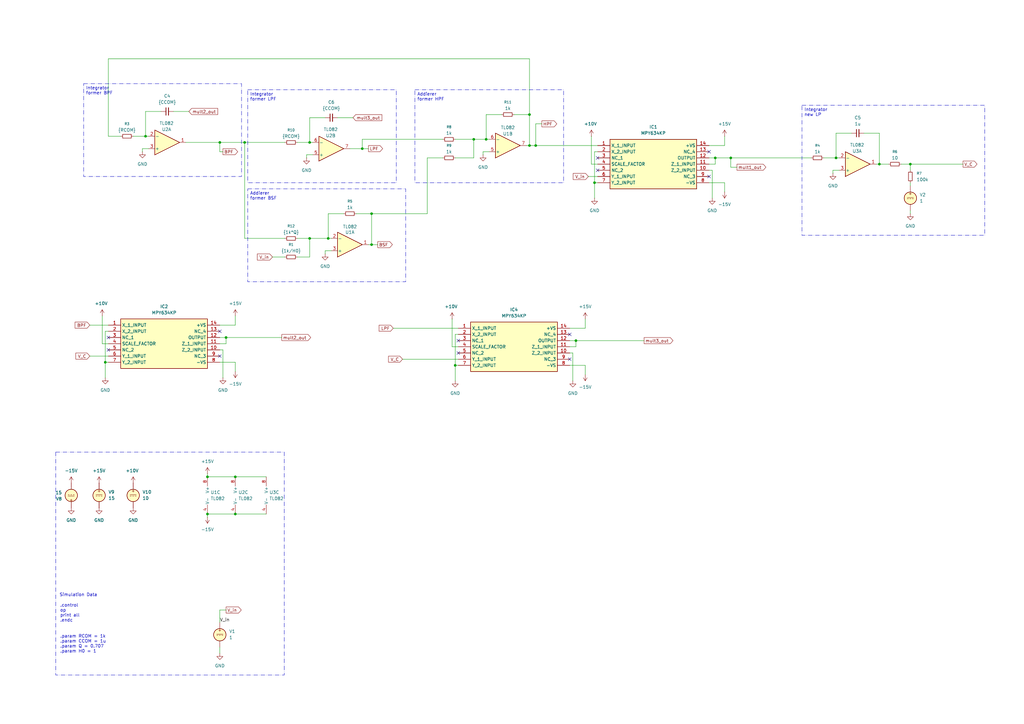
<source format=kicad_sch>
(kicad_sch (version 20250114) (generator "eeschema") (generator_version "9.0")
  (paper "A3")
  (lib_symbols
    (symbol "Amplifier_Operational:TL082" (pin_names (offset 0.127))
      (property "Reference" "U" (at 0 5.08 0))
      (property "Value" "TL082" (at 0 -5.08 0))
      (symbol "TL082_1_1"
        (polyline (pts (xy -5.08 5.08) (xy 5.08 0) (xy -5.08 -5.08) (xy -5.08 5.08)) (stroke (width 0.254)) (fill (type background)))
        (pin input line (at -7.62 2.54 0) (length 2.54) (name "+") (number "3"))
        (pin input line (at -7.62 -2.54 0) (length 2.54) (name "-") (number "2"))
        (pin output line (at 7.62 0 180) (length 2.54) (name "~") (number "1"))
      )
      (symbol "TL082_2_1"
        (polyline (pts (xy -5.08 5.08) (xy 5.08 0) (xy -5.08 -5.08) (xy -5.08 5.08)) (stroke (width 0.254)) (fill (type background)))
        (pin input line (at -7.62 2.54 0) (length 2.54) (name "+") (number "5"))
        (pin input line (at -7.62 -2.54 0) (length 2.54) (name "-") (number "6"))
        (pin output line (at 7.62 0 180) (length 2.54) (name "~") (number "7"))
      )
      (symbol "TL082_3_1"
        (pin power_in line (at -2.54 7.62 270) (length 3.81) (name "V+") (number "8"))
        (pin power_in line (at -2.54 -7.62 90) (length 3.81) (name "V-") (number "4"))
      )
    )
    (symbol "BA_Footprints:MPY634KP"
      (property "Reference" "IC" (at 41.91 7.62 0))
      (property "Value" "MPY634KP" (at 41.91 5.08 0))
      (symbol "MPY634KP_1_1"
        (rectangle (start 5.08 2.54) (end 40.64 -17.78) (stroke (width 0.254)) (fill (type background)))
        (pin passive line (at 0 0 0) (length 5.08) (name "X_1_INPUT") (number "1"))
        (pin passive line (at 0 -2.54 0) (length 5.08) (name "X_2_INPUT") (number "2"))
        (pin passive line (at 0 -5.08 0) (length 5.08) (name "NC_1") (number "3"))
        (pin passive line (at 0 -7.62 0) (length 5.08) (name "SCALE_FACTOR") (number "4"))
        (pin passive line (at 0 -10.16 0) (length 5.08) (name "NC_2") (number "5"))
        (pin passive line (at 0 -12.7 0) (length 5.08) (name "Y_1_INPUT") (number "6"))
        (pin passive line (at 0 -15.24 0) (length 5.08) (name "Y_2_INPUT") (number "7"))
        (pin passive line (at 45.72 0 180) (length 5.08) (name "+VS") (number "14"))
        (pin passive line (at 45.72 -2.54 180) (length 5.08) (name "NC_4") (number "13"))
        (pin passive line (at 45.72 -5.08 180) (length 5.08) (name "OUTPUT") (number "12"))
        (pin passive line (at 45.72 -7.62 180) (length 5.08) (name "Z_1_INPUT") (number "11"))
        (pin passive line (at 45.72 -10.16 180) (length 5.08) (name "Z_2_INPUT") (number "10"))
        (pin passive line (at 45.72 -12.7 180) (length 5.08) (name "NC_3") (number "9"))
        (pin passive line (at 45.72 -15.24 180) (length 5.08) (name "-VS") (number "8"))
      )
    )
    (symbol "Device:C_Small" (pin_numbers (hide yes)) (pin_names (offset 0.254) (hide yes))
      (property "Reference" "C" (at 0.254 1.778 0))
      (property "Value" "C_Small" (at 0.254 -2.032 0))
      (symbol "C_Small_0_1"
        (polyline (pts (xy -1.524 0.508) (xy 1.524 0.508)) (stroke (width 0.3048)))
        (polyline (pts (xy -1.524 -0.508) (xy 1.524 -0.508)) (stroke (width 0.3302)))
      )
      (symbol "C_Small_1_1"
        (pin passive line (at 0 2.54 270) (length 2.032) (name "~") (number "1"))
        (pin passive line (at 0 -2.54 90) (length 2.032) (name "~") (number "2"))
      )
    )
    (symbol "Device:R_Small" (pin_numbers (hide yes)) (pin_names (offset 0.254) (hide yes))
      (property "Reference" "R" (at 0 0 90))
      (property "Value" "R_Small" (at 1.778 0 90))
      (symbol "R_Small_0_1"
        (rectangle (start -0.762 1.778) (end 0.762 -1.778) (stroke (width 0.2032)))
      )
      (symbol "R_Small_1_1"
        (pin passive line (at 0 2.54 270) (length 0.762) (name "~") (number "1"))
        (pin passive line (at 0 -2.54 90) (length 0.762) (name "~") (number "2"))
      )
    )
    (symbol "Simulation_SPICE:VDC" (pin_numbers (hide yes)) (pin_names (offset 0.0254))
      (property "Reference" "V" (at 2.54 2.54 0))
      (property "Value" "1" (at 2.54 0 0))
      (symbol "VDC_0_0"
        (polyline (pts (xy -1.27 0.254) (xy 1.27 0.254)))
        (polyline (pts (xy -0.762 -0.254) (xy -1.27 -0.254)))
        (polyline (pts (xy 0.254 -0.254) (xy -0.254 -0.254)))
        (polyline (pts (xy 1.27 -0.254) (xy 0.762 -0.254)))
        (text "+" (at 0 1.905 0) (effects (font (size 1.27 1.27))))
      )
      (symbol "VDC_0_1"
        (circle (center 0 0) (radius 2.54) (stroke (width 0.254)) (fill (type background)))
      )
      (symbol "VDC_1_1"
        (pin passive line (at 0 5.08 270) (length 2.54) (name "~") (number "1"))
        (pin passive line (at 0 -5.08 90) (length 2.54) (name "~") (number "2"))
      )
    )
    (symbol "power:+15V" (power) (pin_numbers (hide yes)) (pin_names (offset 0) (hide yes))
      (property "Value" "+15V" (at 0 3.556 0))
      (symbol "+15V_0_1"
        (polyline (pts (xy -0.762 1.27) (xy 0 2.54)))
        (polyline (pts (xy 0 2.54) (xy 0.762 1.27)))
        (polyline (pts (xy 0 0) (xy 0 2.54)))
      )
      (symbol "+15V_1_1"
        (pin power_in line (at 0 0 90) (length 0) (name "~") (number "1"))
      )
    )
    (symbol "power:GND" (power) (pin_numbers (hide yes)) (pin_names (offset 0) (hide yes))
      (property "Value" "GND" (at 0 -3.81 0))
      (symbol "GND_0_1"
        (polyline (pts (xy 0 0) (xy 0 -1.27) (xy 1.27 -1.27) (xy 0 -2.54) (xy -1.27 -1.27) (xy 0 -1.27)))
      )
      (symbol "GND_1_1"
        (pin power_in line (at 0 0 270) (length 0) (name "~") (number "1"))
      )
    )
  )
  (rectangle (start 22.86 185.42) (end 116.586 276.86) (stroke (width 0) (type dash_dot)))
  (text ".control\nop\nprint all\n.endc" (at 24.638 251.46 0) (effects (font (size 1.27 1.27)) (justify left)))
  (text "Simulation Data" (exclude_from_sim yes) (at 24.384 244.094 0) (effects (font (size 1.27 1.27)) (justify left)))
  (text ".param RCOM = 1k\n.param CCOM = 1u\n.param Q = 0.707\n.param H0 = 1\n\n\n\n" (at 24.638 260.35 0) (effects (font (size 1.27 1.27)) (justify left top)))
  (text_box "Integrator\nnew LP" (exclude_from_sim yes) (at 328.93 43.18 0) (size 74.93 53.34) (margins 0.9525 0.9525 0.9525 0.9525) (stroke (width 0) (type dash_dot)) (effects (font (size 1.27 1.27)) (justify left top)))
  (text_box "Addierer\nformer BSF" (exclude_from_sim yes) (at 101.6 77.47 0) (size 64.77 38.1) (margins 0.9525 0.9525 0.9525 0.9525) (stroke (width 0) (type dash_dot)) (effects (font (size 1.27 1.27)) (justify left top)))
  (text_box "Integrator\nformer LPF" (exclude_from_sim yes) (at 101.6 36.83 0) (size 60.96 38.1) (margins 0.9525 0.9525 0.9525 0.9525) (stroke (width 0) (type dash_dot)) (effects (font (size 1.27 1.27)) (justify left top)))
  (text_box "Integrator\nformer BPF" (exclude_from_sim yes) (at 34.29 34.29 0) (size 64.77 38.1) (margins 0.9525 0.9525 0.9525 0.9525) (stroke (width 0) (type dash_dot)) (effects (font (size 1.27 1.27)) (justify left top)))
  (text_box "Addierer\nformer HPF\n" (exclude_from_sim yes) (at 170.18 36.83 0) (size 60.96 38.1) (margins 0.9525 0.9525 0.9525 0.9525) (stroke (width 0) (type dash_dot)) (effects (font (size 1.27 1.27)) (justify left top)))
  (junction (at 148.59 60.96))
  (junction (at 199.39 57.15))
  (junction (at 59.69 55.88))
  (junction (at 100.33 58.42))
  (junction (at 90.17 58.42))
  (junction (at 217.17 46.99))
  (junction (at 85.09 210.82))
  (junction (at 194.31 57.15))
  (junction (at 127 97.79))
  (junction (at 186.69 149.86))
  (junction (at 92.71 138.43))
  (junction (at 342.9 64.77))
  (junction (at 134.62 97.79))
  (junction (at 299.72 64.77))
  (junction (at 236.22 139.7))
  (junction (at 152.4 87.63))
  (junction (at 96.52 210.82))
  (junction (at 219.71 59.69))
  (junction (at 373.38 67.31))
  (junction (at 43.18 148.59))
  (junction (at 85.09 195.58))
  (junction (at 243.84 74.93))
  (junction (at 152.4 100.33))
  (junction (at 96.52 195.58))
  (junction (at 217.17 59.69))
  (junction (at 360.68 67.31))
  (junction (at 127 58.42))
  (junction (at 293.37 64.77))
  (no_connect (at 290.83 72.39))
  (no_connect (at 245.11 69.85))
  (no_connect (at 290.83 62.23))
  (no_connect (at 233.68 137.16))
  (no_connect (at 187.96 144.78))
  (no_connect (at 90.17 146.05))
  (no_connect (at 245.11 64.77))
  (no_connect (at 44.45 143.51))
  (no_connect (at 187.96 139.7))
  (no_connect (at 44.45 138.43))
  (no_connect (at 90.17 135.89))
  (no_connect (at 233.68 147.32))
  (wire (pts (xy 186.69 137.16) (xy 186.69 149.86)))
  (wire (pts (xy 185.42 130.81) (xy 185.42 142.24)))
  (wire (pts (xy 96.52 152.4) (xy 96.52 148.59)))
  (wire (pts (xy 341.63 71.12) (xy 341.63 69.85)))
  (wire (pts (xy 342.9 54.61) (xy 342.9 64.77)))
  (wire (pts (xy 194.31 64.77) (xy 194.31 57.15)))
  (wire (pts (xy 92.71 140.97) (xy 92.71 138.43)))
  (wire (pts (xy 44.45 135.89) (xy 43.18 135.89)))
  (wire (pts (xy 125.73 64.77) (xy 125.73 63.5)))
  (wire (pts (xy 186.69 149.86) (xy 186.69 156.21)))
  (wire (pts (xy 71.12 45.72) (xy 77.47 45.72)))
  (wire (pts (xy 194.31 64.77) (xy 186.69 64.77)))
  (wire (pts (xy 360.68 54.61) (xy 360.68 67.31)))
  (wire (pts (xy 121.92 97.79) (xy 127 97.79)))
  (wire (pts (xy 299.72 68.58) (xy 299.72 64.77)))
  (wire (pts (xy 297.18 55.88) (xy 297.18 59.69)))
  (wire (pts (xy 127 105.41) (xy 127 97.79)))
  (wire (pts (xy 152.4 100.33) (xy 151.13 100.33)))
  (wire (pts (xy 92.71 138.43) (xy 115.57 138.43)))
  (wire (pts (xy 299.72 68.58) (xy 302.26 68.58)))
  (wire (pts (xy 240.03 153.67) (xy 240.03 149.86)))
  (wire (pts (xy 293.37 67.31) (xy 293.37 64.77)))
  (wire (pts (xy 152.4 100.33) (xy 152.4 87.63)))
  (wire (pts (xy 54.61 55.88) (xy 59.69 55.88)))
  (wire (pts (xy 36.83 146.05) (xy 44.45 146.05)))
  (wire (pts (xy 36.83 133.35) (xy 44.45 133.35)))
  (wire (pts (xy 100.33 97.79) (xy 116.84 97.79)))
  (wire (pts (xy 293.37 64.77) (xy 299.72 64.77)))
  (wire (pts (xy 96.52 148.59) (xy 90.17 148.59)))
  (wire (pts (xy 90.17 58.42) (xy 100.33 58.42)))
  (wire (pts (xy 90.17 62.23) (xy 91.44 62.23)))
  (wire (pts (xy 148.59 60.96) (xy 151.13 60.96)))
  (wire (pts (xy 148.59 57.15) (xy 148.59 60.96)))
  (wire (pts (xy 290.83 67.31) (xy 293.37 67.31)))
  (wire (pts (xy 219.71 59.69) (xy 245.11 59.69)))
  (wire (pts (xy 85.09 194.31) (xy 85.09 195.58)))
  (wire (pts (xy 290.83 64.77) (xy 293.37 64.77)))
  (wire (pts (xy 217.17 24.13) (xy 217.17 46.99)))
  (wire (pts (xy 43.18 148.59) (xy 44.45 148.59)))
  (wire (pts (xy 240.03 149.86) (xy 233.68 149.86)))
  (wire (pts (xy 96.52 195.58) (xy 109.22 195.58)))
  (wire (pts (xy 90.17 62.23) (xy 90.17 58.42)))
  (wire (pts (xy 148.59 57.15) (xy 181.61 57.15)))
  (wire (pts (xy 59.69 45.72) (xy 59.69 55.88)))
  (wire (pts (xy 127 58.42) (xy 128.27 58.42)))
  (wire (pts (xy 185.42 142.24) (xy 187.96 142.24)))
  (wire (pts (xy 242.57 67.31) (xy 245.11 67.31)))
  (wire (pts (xy 194.31 57.15) (xy 199.39 57.15)))
  (wire (pts (xy 373.38 86.36) (xy 373.38 87.63)))
  (wire (pts (xy 342.9 54.61) (xy 349.25 54.61)))
  (wire (pts (xy 58.42 62.23) (xy 58.42 60.96)))
  (wire (pts (xy 242.57 55.88) (xy 242.57 67.31)))
  (wire (pts (xy 354.33 54.61) (xy 360.68 54.61)))
  (wire (pts (xy 90.17 255.27) (xy 90.17 250.19)))
  (wire (pts (xy 152.4 100.33) (xy 154.94 100.33)))
  (wire (pts (xy 240.03 134.62) (xy 233.68 134.62)))
  (wire (pts (xy 90.17 58.42) (xy 76.2 58.42)))
  (wire (pts (xy 337.82 64.77) (xy 342.9 64.77)))
  (wire (pts (xy 233.68 139.7) (xy 236.22 139.7)))
  (wire (pts (xy 210.82 46.99) (xy 217.17 46.99)))
  (wire (pts (xy 217.17 59.69) (xy 215.9 59.69)))
  (wire (pts (xy 43.18 135.89) (xy 43.18 148.59)))
  (wire (pts (xy 243.84 74.93) (xy 245.11 74.93)))
  (wire (pts (xy 186.69 149.86) (xy 187.96 149.86)))
  (wire (pts (xy 236.22 139.7) (xy 264.16 139.7)))
  (wire (pts (xy 373.38 67.31) (xy 394.97 67.31)))
  (wire (pts (xy 134.62 97.79) (xy 135.89 97.79)))
  (wire (pts (xy 134.62 87.63) (xy 140.97 87.63)))
  (wire (pts (xy 199.39 46.99) (xy 199.39 57.15)))
  (wire (pts (xy 133.35 102.87) (xy 133.35 104.14)))
  (wire (pts (xy 199.39 57.15) (xy 200.66 57.15)))
  (wire (pts (xy 146.05 87.63) (xy 152.4 87.63)))
  (wire (pts (xy 360.68 67.31) (xy 364.49 67.31)))
  (wire (pts (xy 90.17 140.97) (xy 92.71 140.97)))
  (wire (pts (xy 198.12 63.5) (xy 198.12 62.23)))
  (wire (pts (xy 290.83 69.85) (xy 292.1 69.85)))
  (wire (pts (xy 111.76 105.41) (xy 116.84 105.41)))
  (wire (pts (xy 373.38 74.93) (xy 373.38 76.2)))
  (wire (pts (xy 233.68 144.78) (xy 234.95 144.78)))
  (wire (pts (xy 175.26 64.77) (xy 181.61 64.77)))
  (wire (pts (xy 219.71 50.8) (xy 219.71 59.69)))
  (wire (pts (xy 175.26 87.63) (xy 152.4 87.63)))
  (wire (pts (xy 234.95 144.78) (xy 234.95 156.21)))
  (wire (pts (xy 199.39 46.99) (xy 205.74 46.99)))
  (wire (pts (xy 85.09 210.82) (xy 85.09 212.09)))
  (wire (pts (xy 90.17 143.51) (xy 91.44 143.51)))
  (wire (pts (xy 121.92 105.41) (xy 127 105.41)))
  (wire (pts (xy 217.17 46.99) (xy 217.17 59.69)))
  (wire (pts (xy 245.11 62.23) (xy 243.84 62.23)))
  (wire (pts (xy 373.38 67.31) (xy 373.38 69.85)))
  (wire (pts (xy 187.96 137.16) (xy 186.69 137.16)))
  (wire (pts (xy 96.52 133.35) (xy 90.17 133.35)))
  (wire (pts (xy 127 48.26) (xy 133.35 48.26)))
  (wire (pts (xy 121.92 58.42) (xy 127 58.42)))
  (wire (pts (xy 186.69 57.15) (xy 194.31 57.15)))
  (wire (pts (xy 297.18 78.74) (xy 297.18 74.93)))
  (wire (pts (xy 90.17 250.19) (xy 92.71 250.19)))
  (wire (pts (xy 292.1 69.85) (xy 292.1 81.28)))
  (wire (pts (xy 341.63 69.85) (xy 344.17 69.85)))
  (wire (pts (xy 96.52 210.82) (xy 109.22 210.82)))
  (wire (pts (xy 58.42 60.96) (xy 60.96 60.96)))
  (wire (pts (xy 217.17 59.69) (xy 219.71 59.69)))
  (wire (pts (xy 44.45 55.88) (xy 49.53 55.88)))
  (wire (pts (xy 90.17 138.43) (xy 92.71 138.43)))
  (wire (pts (xy 369.57 67.31) (xy 373.38 67.31)))
  (wire (pts (xy 91.44 143.51) (xy 91.44 154.94)))
  (wire (pts (xy 127 97.79) (xy 134.62 97.79)))
  (wire (pts (xy 135.89 102.87) (xy 133.35 102.87)))
  (wire (pts (xy 297.18 59.69) (xy 290.83 59.69)))
  (wire (pts (xy 233.68 142.24) (xy 236.22 142.24)))
  (wire (pts (xy 59.69 55.88) (xy 60.96 55.88)))
  (wire (pts (xy 236.22 142.24) (xy 236.22 139.7)))
  (wire (pts (xy 138.43 48.26) (xy 144.78 48.26)))
  (wire (pts (xy 240.03 130.81) (xy 240.03 134.62)))
  (wire (pts (xy 161.29 134.62) (xy 187.96 134.62)))
  (wire (pts (xy 44.45 24.13) (xy 44.45 55.88)))
  (wire (pts (xy 165.1 147.32) (xy 187.96 147.32)))
  (wire (pts (xy 243.84 74.93) (xy 243.84 81.28)))
  (wire (pts (xy 359.41 67.31) (xy 360.68 67.31)))
  (wire (pts (xy 342.9 64.77) (xy 344.17 64.77)))
  (wire (pts (xy 96.52 129.54) (xy 96.52 133.35)))
  (wire (pts (xy 85.09 195.58) (xy 96.52 195.58)))
  (wire (pts (xy 59.69 45.72) (xy 66.04 45.72)))
  (wire (pts (xy 134.62 87.63) (xy 134.62 97.79)))
  (wire (pts (xy 43.18 148.59) (xy 43.18 154.94)))
  (wire (pts (xy 100.33 58.42) (xy 116.84 58.42)))
  (wire (pts (xy 175.26 64.77) (xy 175.26 87.63)))
  (wire (pts (xy 41.91 140.97) (xy 44.45 140.97)))
  (wire (pts (xy 198.12 62.23) (xy 200.66 62.23)))
  (wire (pts (xy 127 48.26) (xy 127 58.42)))
  (wire (pts (xy 85.09 210.82) (xy 96.52 210.82)))
  (wire (pts (xy 299.72 64.77) (xy 332.74 64.77)))
  (wire (pts (xy 297.18 74.93) (xy 290.83 74.93)))
  (wire (pts (xy 125.73 63.5) (xy 128.27 63.5)))
  (wire (pts (xy 100.33 97.79) (xy 100.33 58.42)))
  (wire (pts (xy 41.91 129.54) (xy 41.91 140.97)))
  (wire (pts (xy 90.17 265.43) (xy 90.17 267.97)))
  (wire (pts (xy 222.25 50.8) (xy 219.71 50.8)))
  (wire (pts (xy 241.3 72.39) (xy 245.11 72.39)))
  (wire (pts (xy 143.51 60.96) (xy 148.59 60.96)))
  (wire (pts (xy 243.84 62.23) (xy 243.84 74.93)))
  (wire (pts (xy 217.17 24.13) (xy 44.45 24.13)))
  (label "V_in" (at 90.17 255.27 0))
  (global_label "mult2_out" (shape input) (at 77.47 45.72 0) (property "Intersheetrefs" "${INTERSHEET_REFS}" (effects (hide yes))))
  (global_label "BPF" (shape output) (at 91.44 62.23 0) (property "Intersheetrefs" "${INTERSHEET_REFS}" (effects (hide yes))))
  (global_label "V_in" (shape input) (at 241.3 72.39 180) (property "Intersheetrefs" "${INTERSHEET_REFS}" (effects (hide yes))))
  (global_label "mult1_out" (shape output) (at 302.26 68.58 0) (property "Intersheetrefs" "${INTERSHEET_REFS}" (effects (hide yes))))
  (global_label "HPF" (shape output) (at 222.25 50.8 0) (property "Intersheetrefs" "${INTERSHEET_REFS}" (effects (hide yes))))
  (global_label "V_in" (shape input) (at 111.76 105.41 180) (property "Intersheetrefs" "${INTERSHEET_REFS}" (effects (hide yes))))
  (global_label "V_C" (shape input) (at 165.1 147.32 180) (property "Intersheetrefs" "${INTERSHEET_REFS}" (effects (hide yes))))
  (global_label "BSF" (shape output) (at 154.94 100.33 0) (property "Intersheetrefs" "${INTERSHEET_REFS}" (effects (hide yes))))
  (global_label "mult2_out" (shape output) (at 115.57 138.43 0) (property "Intersheetrefs" "${INTERSHEET_REFS}" (effects (hide yes))))
  (global_label "V_in" (shape output) (at 92.71 250.19 0) (property "Intersheetrefs" "${INTERSHEET_REFS}" (effects (hide yes))))
  (global_label "V_C" (shape input) (at 36.83 146.05 180) (property "Intersheetrefs" "${INTERSHEET_REFS}" (effects (hide yes))))
  (global_label "mult3_out" (shape input) (at 144.78 48.26 0) (property "Intersheetrefs" "${INTERSHEET_REFS}" (effects (hide yes))))
  (global_label "BPF" (shape input) (at 36.83 133.35 180) (property "Intersheetrefs" "${INTERSHEET_REFS}" (effects (hide yes))))
  (global_label "mult3_out" (shape output) (at 264.16 139.7 0) (property "Intersheetrefs" "${INTERSHEET_REFS}" (effects (hide yes))))
  (global_label "LPF" (shape input) (at 161.29 134.62 180) (property "Intersheetrefs" "${INTERSHEET_REFS}" (effects (hide yes))))
  (global_label "LPF" (shape output) (at 151.13 60.96 0) (property "Intersheetrefs" "${INTERSHEET_REFS}" (effects (hide yes))))
  (global_label "V_C" (shape output) (at 394.97 67.31 0) (property "Intersheetrefs" "${INTERSHEET_REFS}" (effects (hide yes))))
  (symbol (lib_id "power:+15V") (at 240.03 130.81 0) (unit 1)
    (property "Reference" "#PWR02" (effects (hide yes)))
    (property "Value" "+15V" (at 240.03 125.73 0))
    (property "Description" "Power symbol creates a global label with name \"+15V\"" (effects (hide yes)))
  )
  (symbol (lib_id "power:GND") (at 133.35 104.14 0) (unit 1)
    (property "Reference" "#PWR024" (effects (hide yes)))
    (property "Value" "GND" (at 133.35 109.22 0))
    (property "Description" "Power symbol creates a global label with name \"GND\" , ground" (effects (hide yes)))
  )
  (symbol (lib_id "power:+15V") (at 96.52 129.54 0) (unit 1)
    (property "Reference" "#PWR01" (effects (hide yes)))
    (property "Value" "+15V" (at 96.52 124.46 0))
    (property "Description" "Power symbol creates a global label with name \"+15V\"" (effects (hide yes)))
  )
  (symbol (lib_id "Device:R_Small") (at 184.15 57.15 90) (unit 1)
    (property "Reference" "R8" (at 184.15 52.07 90) (effects (font (size 1.016 1.016))))
    (property "Value" "1k" (at 184.15 54.61 90))
    (property "Footprint" "000_Footprints:Resistor" (effects (hide yes)))
    (property "Description" "Resistor, small symbol" (effects (hide yes)))
  )
  (symbol (lib_id "Simulation_SPICE:VDC") (at 373.38 81.28 0) (unit 1)
    (property "Reference" "V2" (at 377.19 79.8801 0) (effects (justify left)))
    (property "Value" "1" (at 377.19 82.4201 0) (effects (justify left)))
    (property "Datasheet" "https://ngspice.sourceforge.io/docs/ngspice-html-manual/manual.xhtml#sec_Independent_Sources_for" (effects (hide yes)))
    (property "Description" "Voltage source, DC" (effects (hide yes)))
    (property "Sim.Pins" "1=+ 2=-" (effects (hide yes)))
    (property "Sim.Type" "DC" (effects (hide yes)))
    (property "Sim.Device" "V" (effects (hide yes)))
  )
  (symbol (lib_id "power:+15V") (at 96.52 152.4 180) (unit 1)
    (property "Reference" "#PWR03" (effects (hide yes)))
    (property "Value" "-15V" (at 96.52 157.48 0))
    (property "Description" "Power symbol creates a global label with name \"+15V\"" (effects (hide yes)))
  )
  (symbol (lib_id "power:GND") (at 125.73 64.77 0) (unit 1)
    (property "Reference" "#PWR027" (effects (hide yes)))
    (property "Value" "GND" (at 125.73 69.85 0))
    (property "Description" "Power symbol creates a global label with name \"GND\" , ground" (effects (hide yes)))
  )
  (symbol (lib_id "power:GND") (at 186.69 156.21 0) (unit 1)
    (property "Reference" "#PWR026" (effects (hide yes)))
    (property "Value" "GND" (at 186.69 161.29 0))
    (property "Description" "Power symbol creates a global label with name \"GND\" , ground" (effects (hide yes)))
  )
  (symbol (lib_id "power:+15V") (at 29.21 198.12 0) (unit 1)
    (property "Reference" "#PWR044" (effects (hide yes)))
    (property "Value" "-15V" (at 29.21 193.04 0))
    (property "Description" "Power symbol creates a global label with name \"+15V\"" (effects (hide yes)))
  )
  (symbol (lib_id "Simulation_SPICE:VDC") (at 90.17 260.35 0) (unit 1)
    (property "Reference" "V1" (at 93.98 258.9501 0) (effects (justify left)))
    (property "Value" "1" (at 93.98 261.4901 0) (effects (justify left)))
    (property "Datasheet" "https://ngspice.sourceforge.io/docs/ngspice-html-manual/manual.xhtml#sec_Independent_Sources_for" (effects (hide yes)))
    (property "Description" "Voltage source, DC" (effects (hide yes)))
    (property "Sim.Pins" "1=+ 2=-" (effects (hide yes)))
    (property "Sim.Type" "DC" (effects (hide yes)))
    (property "Sim.Device" "V" (effects (hide yes)))
    (property "Sim.Params" "ac=1" (effects (hide yes)))
  )
  (symbol (lib_id "Device:C_Small") (at 135.89 48.26 90) (unit 1)
    (property "Reference" "C6" (at 135.8963 41.91 90))
    (property "Value" "{CCOM}" (at 135.8963 44.45 90))
    (property "Description" "Unpolarized capacitor, small symbol" (effects (hide yes)))
  )
  (symbol (lib_id "Amplifier_Operational:TL082") (at 143.51 100.33 0) (mirror x) (unit 1)
    (property "Reference" "U1" (at 143.51 95.25 0))
    (property "Value" "TL082" (at 143.51 92.964 0))
    (property "Footprint" "Package_DIP:CERDIP-8_W7.62mm_SideBrazed_LongPads_Socket" (effects (hide yes)))
    (property "Datasheet" "http://www.ti.com/lit/ds/symlink/tl081.pdf" (effects (hide yes)))
    (property "Description" "Dual JFET-Input Operational Amplifiers, DIP-8/SOIC-8/SSOP-8" (effects (hide yes)))
    (property "Sim.Library" "TL082-dual.lib" (effects (hide yes)))
    (property "Sim.Name" "TL082-dual" (effects (hide yes)))
    (property "Sim.Device" "SUBCKT" (effects (hide yes)))
    (property "Sim.Pins" "1=1out 2=1in- 3=1in+ 4=vcc- 5=2in+ 6=2in- 7=2out 8=vcc+" (effects (hide yes)))
  )
  (symbol (lib_id "Amplifier_Operational:TL082") (at 208.28 59.69 0) (mirror x) (unit 2)
    (property "Reference" "U1" (at 208.28 54.864 0))
    (property "Value" "TL082" (at 208.28 52.324 0))
    (property "Footprint" "Package_DIP:CERDIP-8_W7.62mm_SideBrazed_LongPads_Socket" (effects (hide yes)))
    (property "Datasheet" "http://www.ti.com/lit/ds/symlink/tl081.pdf" (effects (hide yes)))
    (property "Description" "Dual JFET-Input Operational Amplifiers, DIP-8/SOIC-8/SSOP-8" (effects (hide yes)))
    (property "Sim.Library" "TL082-dual.lib" (effects (hide yes)))
    (property "Sim.Name" "TL082-dual" (effects (hide yes)))
    (property "Sim.Device" "SUBCKT" (effects (hide yes)))
    (property "Sim.Pins" "1=1out 2=1in- 3=1in+ 4=vcc- 5=2in+ 6=2in- 7=2out 8=vcc+" (effects (hide yes)))
  )
  (symbol (lib_id "power:GND") (at 29.21 208.28 0) (unit 1)
    (property "Reference" "#PWR045" (effects (hide yes)))
    (property "Value" "GND" (at 29.21 213.36 0))
    (property "Description" "Power symbol creates a global label with name \"GND\" , ground" (effects (hide yes)))
  )
  (symbol (lib_id "Device:R_Small") (at 335.28 64.77 90) (unit 1)
    (property "Reference" "R4" (at 335.28 59.69 90) (effects (font (size 1.016 1.016))))
    (property "Value" "1k" (at 335.28 62.23 90))
    (property "Footprint" "000_Footprints:Resistor" (effects (hide yes)))
    (property "Description" "Resistor, small symbol" (effects (hide yes)))
  )
  (symbol (lib_id "Device:R_Small") (at 119.38 97.79 90) (unit 1)
    (property "Reference" "R12" (at 119.38 92.71 90) (effects (font (size 1.016 1.016))))
    (property "Value" "{1k*Q}" (at 119.38 95.25 90))
    (property "Footprint" "000_Footprints:Resistor" (effects (hide yes)))
    (property "Description" "Resistor, small symbol" (effects (hide yes)))
  )
  (symbol (lib_id "Device:R_Small") (at 367.03 67.31 90) (unit 1)
    (property "Reference" "R6" (at 367.03 62.23 90) (effects (font (size 1.016 1.016))))
    (property "Value" "10" (at 367.03 64.77 90))
    (property "Footprint" "000_Footprints:Resistor" (effects (hide yes)))
    (property "Description" "Resistor, small symbol" (effects (hide yes)))
  )
  (symbol (lib_id "power:GND") (at 292.1 81.28 0) (unit 1)
    (property "Reference" "#PWR012" (effects (hide yes)))
    (property "Value" "GND" (at 292.1 86.36 0))
    (property "Description" "Power symbol creates a global label with name \"GND\" , ground" (effects (hide yes)))
  )
  (symbol (lib_id "power:+15V") (at 40.64 198.12 0) (unit 1)
    (property "Reference" "#PWR046" (effects (hide yes)))
    (property "Value" "+15V" (at 40.64 193.04 0))
    (property "Description" "Power symbol creates a global label with name \"+15V\"" (effects (hide yes)))
  )
  (symbol (lib_id "Device:R_Small") (at 119.38 105.41 90) (unit 1)
    (property "Reference" "R1" (at 119.38 100.33 90) (effects (font (size 1.016 1.016))))
    (property "Value" "{1k/H0}" (at 119.38 102.87 90))
    (property "Footprint" "000_Footprints:Resistor" (effects (hide yes)))
    (property "Description" "Resistor, small symbol" (effects (hide yes)))
  )
  (symbol (lib_id "power:+15V") (at 85.09 212.09 180) (unit 1)
    (property "Reference" "#PWR051" (effects (hide yes)))
    (property "Value" "-15V" (at 85.09 217.17 0))
    (property "Description" "Power symbol creates a global label with name \"+15V\"" (effects (hide yes)))
  )
  (symbol (lib_id "power:GND") (at 234.95 156.21 0) (unit 1)
    (property "Reference" "#PWR029" (effects (hide yes)))
    (property "Value" "GND" (at 234.95 161.29 0))
    (property "Description" "Power symbol creates a global label with name \"GND\" , ground" (effects (hide yes)))
  )
  (symbol (lib_id "Device:C_Small") (at 351.79 54.61 90) (unit 1)
    (property "Reference" "C5" (at 351.7963 48.26 90))
    (property "Value" "1u" (at 351.7963 50.8 90))
    (property "Description" "Unpolarized capacitor, small symbol" (effects (hide yes)))
  )
  (symbol (lib_id "BA_Footprints:MPY634KP") (at 245.11 59.69 0) (unit 1)
    (property "Reference" "IC1" (at 267.97 52.07 0))
    (property "Value" "MPY634KP" (at 267.97 54.61 0))
    (property "Datasheet" "http://www.ti.com/lit/gpn/mpy634" (effects (hide yes)))
    (property "Description" "Wide Bandwidth Precision Analog Multiplier" (effects (hide yes)))
    (property "Height" "5.08" (effects (hide yes)))
    (property "Mouser Part Number" "595-MPY634KP" (effects (hide yes)))
    (property "Mouser Price/Stock" "https://www.mouser.co.uk/ProductDetail/Texas-Instruments/MPY634KP?qs=paYhMW8qfitgLgQ%252B%2FVQr7Q%3D%3D" (effects (hide yes)))
    (property "Manufacturer_Name" "Texas Instruments" (effects (hide yes)))
    (property "Manufacturer_Part_Number" "MPY634KP" (effects (hide yes)))
    (property "Sim.Library" "mpy634_tina.lib" (effects (hide yes)))
    (property "Sim.Name" "MPY634_behavioral" (effects (hide yes)))
    (property "Sim.Device" "SUBCKT" (effects (hide yes)))
    (property "Sim.Pins" "1=X1 2=X2 4=SF 6=Y1 7=Y2 8=-Vs 10=Z2 11=Z1 12=Out 14=+Vs" (effects (hide yes)))
  )
  (symbol (lib_id "BA_Footprints:MPY634KP") (at 187.96 134.62 0) (unit 1)
    (property "Reference" "IC4" (at 210.82 127 0))
    (property "Value" "MPY634KP" (at 210.82 129.54 0))
    (property "Datasheet" "http://www.ti.com/lit/gpn/mpy634" (effects (hide yes)))
    (property "Description" "Wide Bandwidth Precision Analog Multiplier" (effects (hide yes)))
    (property "Height" "5.08" (effects (hide yes)))
    (property "Mouser Part Number" "595-MPY634KP" (effects (hide yes)))
    (property "Mouser Price/Stock" "https://www.mouser.co.uk/ProductDetail/Texas-Instruments/MPY634KP?qs=paYhMW8qfitgLgQ%252B%2FVQr7Q%3D%3D" (effects (hide yes)))
    (property "Manufacturer_Name" "Texas Instruments" (effects (hide yes)))
    (property "Manufacturer_Part_Number" "MPY634KP" (effects (hide yes)))
    (property "Sim.Library" "mpy634_tina.lib" (effects (hide yes)))
    (property "Sim.Name" "MPY634_behavioral" (effects (hide yes)))
    (property "Sim.Device" "SUBCKT" (effects (hide yes)))
    (property "Sim.Pins" "1=X1 2=X2 4=SF 6=Y1 7=Y2 8=-Vs 10=Z2 11=Z1 12=Out 14=+Vs" (effects (hide yes)))
  )
  (symbol (lib_id "Device:R_Small") (at 119.38 58.42 90) (unit 1)
    (property "Reference" "R10" (at 119.38 53.34 90) (effects (font (size 1.016 1.016))))
    (property "Value" "{RCOM}" (at 119.38 55.88 90))
    (property "Footprint" "000_Footprints:Resistor" (effects (hide yes)))
    (property "Description" "Resistor, small symbol" (effects (hide yes)))
  )
  (symbol (lib_id "Device:C_Small") (at 68.58 45.72 90) (unit 1)
    (property "Reference" "C4" (at 68.5863 39.37 90))
    (property "Value" "{CCOM}" (at 68.5863 41.91 90))
    (property "Description" "Unpolarized capacitor, small symbol" (effects (hide yes)))
  )
  (symbol (lib_id "power:+15V") (at 297.18 78.74 180) (unit 1)
    (property "Reference" "#PWR011" (effects (hide yes)))
    (property "Value" "-15V" (at 297.18 83.82 0))
    (property "Description" "Power symbol creates a global label with name \"+15V\"" (effects (hide yes)))
  )
  (symbol (lib_id "Amplifier_Operational:TL082") (at 68.58 58.42 0) (mirror x) (unit 1)
    (property "Reference" "U2" (at 68.326 53.086 0))
    (property "Value" "TL082" (at 68.326 50.546 0))
    (property "Footprint" "Package_DIP:CERDIP-8_W7.62mm_SideBrazed_LongPads_Socket" (effects (hide yes)))
    (property "Datasheet" "http://www.ti.com/lit/ds/symlink/tl081.pdf" (effects (hide yes)))
    (property "Description" "Dual JFET-Input Operational Amplifiers, DIP-8/SOIC-8/SSOP-8" (effects (hide yes)))
    (property "Sim.Library" "TL082-dual.lib" (effects (hide yes)))
    (property "Sim.Name" "TL082-dual" (effects (hide yes)))
    (property "Sim.Device" "SUBCKT" (effects (hide yes)))
    (property "Sim.Pins" "1=1out 2=1in- 3=1in+ 4=vcc- 5=2in+ 6=2in- 7=2out 8=vcc+" (effects (hide yes)))
  )
  (symbol (lib_id "power:+15V") (at 297.18 55.88 0) (unit 1)
    (property "Reference" "#PWR010" (effects (hide yes)))
    (property "Value" "+15V" (at 297.18 50.8 0))
    (property "Description" "Power symbol creates a global label with name \"+15V\"" (effects (hide yes)))
  )
  (symbol (lib_id "Simulation_SPICE:VDC") (at 29.21 203.2 180) (unit 1)
    (property "Reference" "V8" (at 25.4 204.5999 0) (effects (justify left)))
    (property "Value" "15" (at 25.4 202.0599 0) (effects (justify left)))
    (property "Datasheet" "https://ngspice.sourceforge.io/docs/ngspice-html-manual/manual.xhtml#sec_Independent_Sources_for" (effects (hide yes)))
    (property "Description" "Voltage source, DC" (effects (hide yes)))
    (property "Sim.Pins" "1=+ 2=-" (effects (hide yes)))
    (property "Sim.Type" "DC" (effects (hide yes)))
    (property "Sim.Device" "V" (effects (hide yes)))
  )
  (symbol (lib_id "BA_Footprints:MPY634KP") (at 44.45 133.35 0) (unit 1)
    (property "Reference" "IC2" (at 67.31 125.73 0))
    (property "Value" "MPY634KP" (at 67.31 128.27 0))
    (property "Datasheet" "http://www.ti.com/lit/gpn/mpy634" (effects (hide yes)))
    (property "Description" "Wide Bandwidth Precision Analog Multiplier" (effects (hide yes)))
    (property "Height" "5.08" (effects (hide yes)))
    (property "Mouser Part Number" "595-MPY634KP" (effects (hide yes)))
    (property "Mouser Price/Stock" "https://www.mouser.co.uk/ProductDetail/Texas-Instruments/MPY634KP?qs=paYhMW8qfitgLgQ%252B%2FVQr7Q%3D%3D" (effects (hide yes)))
    (property "Manufacturer_Name" "Texas Instruments" (effects (hide yes)))
    (property "Manufacturer_Part_Number" "MPY634KP" (effects (hide yes)))
    (property "Sim.Library" "mpy634_tina.lib" (effects (hide yes)))
    (property "Sim.Name" "MPY634_behavioral" (effects (hide yes)))
    (property "Sim.Device" "SUBCKT" (effects (hide yes)))
    (property "Sim.Pins" "1=X1 2=X2 4=SF 6=Y1 7=Y2 8=-Vs 10=Z2 11=Z1 12=Out 14=+Vs" (effects (hide yes)))
  )
  (symbol (lib_id "power:+15V") (at 54.61 198.12 0) (unit 1)
    (property "Reference" "#PWR048" (effects (hide yes)))
    (property "Value" "+10V" (at 51.562 193.04 0) (effects (justify left)))
    (property "Description" "Power symbol creates a global label with name \"+15V\"" (effects (hide yes)))
  )
  (symbol (lib_id "Amplifier_Operational:TL082") (at 111.76 203.2 0) (unit 3)
    (property "Reference" "U3" (at 110.49 201.9299 0) (effects (justify left)))
    (property "Value" "TL082" (at 110.49 204.4699 0) (effects (justify left)))
    (property "Footprint" "Package_DIP:CERDIP-8_W7.62mm_SideBrazed_LongPads_Socket" (effects (hide yes)))
    (property "Datasheet" "http://www.ti.com/lit/ds/symlink/tl081.pdf" (effects (hide yes)))
    (property "Description" "Dual JFET-Input Operational Amplifiers, DIP-8/SOIC-8/SSOP-8" (effects (hide yes)))
    (property "Sim.Library" "TL082-dual.lib" (effects (hide yes)))
    (property "Sim.Name" "TL082-dual" (effects (hide yes)))
    (property "Sim.Device" "SUBCKT" (effects (hide yes)))
    (property "Sim.Pins" "1=1out 2=1in- 3=1in+ 4=vcc- 5=2in+ 6=2in- 7=2out 8=vcc+" (effects (hide yes)))
  )
  (symbol (lib_id "Simulation_SPICE:VDC") (at 54.61 203.2 0) (unit 1)
    (property "Reference" "V10" (at 58.42 201.8001 0) (effects (justify left)))
    (property "Value" "10" (at 58.42 204.3401 0) (effects (justify left)))
    (property "Datasheet" "https://ngspice.sourceforge.io/docs/ngspice-html-manual/manual.xhtml#sec_Independent_Sources_for" (effects (hide yes)))
    (property "Description" "Voltage source, DC" (effects (hide yes)))
    (property "Sim.Pins" "1=+ 2=-" (effects (hide yes)))
    (property "Sim.Type" "DC" (effects (hide yes)))
    (property "Sim.Device" "V" (effects (hide yes)))
  )
  (symbol (lib_id "power:+15V") (at 240.03 153.67 180) (unit 1)
    (property "Reference" "#PWR06" (effects (hide yes)))
    (property "Value" "-15V" (at 240.03 158.75 0))
    (property "Description" "Power symbol creates a global label with name \"+15V\"" (effects (hide yes)))
  )
  (symbol (lib_id "power:GND") (at 91.44 154.94 0) (unit 1)
    (property "Reference" "#PWR019" (effects (hide yes)))
    (property "Value" "GND" (at 91.44 160.02 0))
    (property "Description" "Power symbol creates a global label with name \"GND\" , ground" (effects (hide yes)))
  )
  (symbol (lib_id "Amplifier_Operational:TL082") (at 135.89 60.96 0) (mirror x) (unit 2)
    (property "Reference" "U2" (at 135.636 55.626 0))
    (property "Value" "TL082" (at 135.636 53.086 0))
    (property "Footprint" "Package_DIP:CERDIP-8_W7.62mm_SideBrazed_LongPads_Socket" (effects (hide yes)))
    (property "Datasheet" "http://www.ti.com/lit/ds/symlink/tl081.pdf" (effects (hide yes)))
    (property "Description" "Dual JFET-Input Operational Amplifiers, DIP-8/SOIC-8/SSOP-8" (effects (hide yes)))
    (property "Sim.Library" "TL082-dual.lib" (effects (hide yes)))
    (property "Sim.Name" "TL082-dual" (effects (hide yes)))
    (property "Sim.Device" "SUBCKT" (effects (hide yes)))
    (property "Sim.Pins" "1=1out 2=1in- 3=1in+ 4=vcc- 5=2in+ 6=2in- 7=2out 8=vcc+" (effects (hide yes)))
  )
  (symbol (lib_id "Amplifier_Operational:TL082") (at 351.79 67.31 0) (mirror x) (unit 1)
    (property "Reference" "U3" (at 351.536 61.976 0))
    (property "Value" "TL082" (at 351.536 59.436 0))
    (property "Footprint" "Package_DIP:CERDIP-8_W7.62mm_SideBrazed_LongPads_Socket" (effects (hide yes)))
    (property "Datasheet" "http://www.ti.com/lit/ds/symlink/tl081.pdf" (effects (hide yes)))
    (property "Description" "Dual JFET-Input Operational Amplifiers, DIP-8/SOIC-8/SSOP-8" (effects (hide yes)))
    (property "Sim.Library" "TL082-dual.lib" (effects (hide yes)))
    (property "Sim.Name" "TL082-dual" (effects (hide yes)))
    (property "Sim.Device" "SUBCKT" (effects (hide yes)))
    (property "Sim.Pins" "1=1out 2=1in- 3=1in+ 4=vcc- 5=2in+ 6=2in- 7=2out 8=vcc+" (effects (hide yes)))
  )
  (symbol (lib_id "Amplifier_Operational:TL082") (at 87.63 203.2 0) (unit 3)
    (property "Reference" "U1" (at 86.36 201.9299 0) (effects (justify left)))
    (property "Value" "TL082" (at 86.36 204.4699 0) (effects (justify left)))
    (property "Footprint" "Package_DIP:CERDIP-8_W7.62mm_SideBrazed_LongPads_Socket" (effects (hide yes)))
    (property "Datasheet" "http://www.ti.com/lit/ds/symlink/tl081.pdf" (effects (hide yes)))
    (property "Description" "Dual JFET-Input Operational Amplifiers, DIP-8/SOIC-8/SSOP-8" (effects (hide yes)))
    (property "Sim.Library" "TL082-dual.lib" (effects (hide yes)))
    (property "Sim.Name" "TL082-dual" (effects (hide yes)))
    (property "Sim.Device" "SUBCKT" (effects (hide yes)))
    (property "Sim.Pins" "1=1out 2=1in- 3=1in+ 4=vcc- 5=2in+ 6=2in- 7=2out 8=vcc+" (effects (hide yes)))
  )
  (symbol (lib_id "Device:R_Small") (at 143.51 87.63 90) (unit 1)
    (property "Reference" "R5" (at 143.51 82.55 90) (effects (font (size 1.016 1.016))))
    (property "Value" "1k" (at 143.51 85.09 90))
    (property "Footprint" "000_Footprints:Resistor" (effects (hide yes)))
    (property "Description" "Resistor, small symbol" (effects (hide yes)))
  )
  (symbol (lib_id "power:GND") (at 54.61 208.28 0) (unit 1)
    (property "Reference" "#PWR049" (effects (hide yes)))
    (property "Value" "GND" (at 54.61 213.36 0))
    (property "Description" "Power symbol creates a global label with name \"GND\" , ground" (effects (hide yes)))
  )
  (symbol (lib_id "power:+15V") (at 185.42 130.81 0) (unit 1)
    (property "Reference" "#PWR09" (effects (hide yes)))
    (property "Value" "+10V" (at 182.372 125.73 0) (effects (justify left)))
    (property "Description" "Power symbol creates a global label with name \"+15V\"" (effects (hide yes)))
  )
  (symbol (lib_id "power:GND") (at 90.17 267.97 0) (unit 1)
    (property "Reference" "#PWR07" (effects (hide yes)))
    (property "Value" "GND" (at 90.17 273.05 0))
    (property "Description" "Power symbol creates a global label with name \"GND\" , ground" (effects (hide yes)))
  )
  (symbol (lib_id "power:GND") (at 243.84 81.28 0) (unit 1)
    (property "Reference" "#PWR05" (effects (hide yes)))
    (property "Value" "GND" (at 243.84 86.36 0))
    (property "Description" "Power symbol creates a global label with name \"GND\" , ground" (effects (hide yes)))
  )
  (symbol (lib_id "power:+15V") (at 242.57 55.88 0) (unit 1)
    (property "Reference" "#PWR04" (effects (hide yes)))
    (property "Value" "+10V" (at 239.522 50.8 0) (effects (justify left)))
    (property "Description" "Power symbol creates a global label with name \"+15V\"" (effects (hide yes)))
  )
  (symbol (lib_id "Device:R_Small") (at 208.28 46.99 90) (unit 1)
    (property "Reference" "R11" (at 208.28 41.91 90) (effects (font (size 1.016 1.016))))
    (property "Value" "1k" (at 208.28 44.45 90))
    (property "Footprint" "000_Footprints:Resistor" (effects (hide yes)))
    (property "Description" "Resistor, small symbol" (effects (hide yes)))
  )
  (symbol (lib_id "power:GND") (at 43.18 154.94 0) (unit 1)
    (property "Reference" "#PWR017" (effects (hide yes)))
    (property "Value" "GND" (at 43.18 160.02 0))
    (property "Description" "Power symbol creates a global label with name \"GND\" , ground" (effects (hide yes)))
  )
  (symbol (lib_id "Simulation_SPICE:VDC") (at 40.64 203.2 0) (unit 1)
    (property "Reference" "V9" (at 44.45 201.8001 0) (effects (justify left)))
    (property "Value" "15" (at 44.45 204.3401 0) (effects (justify left)))
    (property "Datasheet" "https://ngspice.sourceforge.io/docs/ngspice-html-manual/manual.xhtml#sec_Independent_Sources_for" (effects (hide yes)))
    (property "Description" "Voltage source, DC" (effects (hide yes)))
    (property "Sim.Pins" "1=+ 2=-" (effects (hide yes)))
    (property "Sim.Type" "DC" (effects (hide yes)))
    (property "Sim.Device" "V" (effects (hide yes)))
  )
  (symbol (lib_id "power:GND") (at 198.12 63.5 0) (unit 1)
    (property "Reference" "#PWR028" (effects (hide yes)))
    (property "Value" "GND" (at 198.12 68.58 0))
    (property "Description" "Power symbol creates a global label with name \"GND\" , ground" (effects (hide yes)))
  )
  (symbol (lib_id "Device:R_Small") (at 184.15 64.77 90) (unit 1)
    (property "Reference" "R9" (at 184.15 59.69 90) (effects (font (size 1.016 1.016))))
    (property "Value" "1k" (at 184.15 62.23 90))
    (property "Footprint" "000_Footprints:Resistor" (effects (hide yes)))
    (property "Description" "Resistor, small symbol" (effects (hide yes)))
  )
  (symbol (lib_id "Device:R_Small") (at 373.38 72.39 0) (unit 1)
    (property "Reference" "R7" (at 375.92 71.1199 0) (effects (font (size 1.016 1.016)) (justify left)))
    (property "Value" "100k" (at 375.92 73.6599 0) (effects (justify left)))
    (property "Footprint" "000_Footprints:Resistor" (effects (hide yes)))
    (property "Description" "Resistor, small symbol" (effects (hide yes)))
  )
  (symbol (lib_id "power:GND") (at 40.64 208.28 0) (unit 1)
    (property "Reference" "#PWR047" (effects (hide yes)))
    (property "Value" "GND" (at 40.64 213.36 0))
    (property "Description" "Power symbol creates a global label with name \"GND\" , ground" (effects (hide yes)))
  )
  (symbol (lib_id "Amplifier_Operational:TL082") (at 99.06 203.2 0) (unit 3)
    (property "Reference" "U2" (at 97.79 201.9299 0) (effects (justify left)))
    (property "Value" "TL082" (at 97.79 204.4699 0) (effects (justify left)))
    (property "Footprint" "Package_DIP:CERDIP-8_W7.62mm_SideBrazed_LongPads_Socket" (effects (hide yes)))
    (property "Datasheet" "http://www.ti.com/lit/ds/symlink/tl081.pdf" (effects (hide yes)))
    (property "Description" "Dual JFET-Input Operational Amplifiers, DIP-8/SOIC-8/SSOP-8" (effects (hide yes)))
    (property "Sim.Library" "TL082-dual.lib" (effects (hide yes)))
    (property "Sim.Name" "TL082-dual" (effects (hide yes)))
    (property "Sim.Device" "SUBCKT" (effects (hide yes)))
    (property "Sim.Pins" "1=1out 2=1in- 3=1in+ 4=vcc- 5=2in+ 6=2in- 7=2out 8=vcc+" (effects (hide yes)))
  )
  (symbol (lib_id "Device:R_Small") (at 52.07 55.88 90) (unit 1)
    (property "Reference" "R3" (at 52.07 50.8 90) (effects (font (size 1.016 1.016))))
    (property "Value" "{RCOM}" (at 52.07 53.34 90))
    (property "Footprint" "000_Footprints:Resistor" (effects (hide yes)))
    (property "Description" "Resistor, small symbol" (effects (hide yes)))
  )
  (symbol (lib_id "power:GND") (at 373.38 87.63 0) (unit 1)
    (property "Reference" "#PWR023" (effects (hide yes)))
    (property "Value" "GND" (at 373.38 92.71 0))
    (property "Description" "Power symbol creates a global label with name \"GND\" , ground" (effects (hide yes)))
  )
  (symbol (lib_id "power:GND") (at 58.42 62.23 0) (unit 1)
    (property "Reference" "#PWR020" (effects (hide yes)))
    (property "Value" "GND" (at 58.42 67.31 0))
    (property "Description" "Power symbol creates a global label with name \"GND\" , ground" (effects (hide yes)))
  )
  (symbol (lib_id "power:+15V") (at 85.09 194.31 0) (unit 1)
    (property "Reference" "#PWR050" (effects (hide yes)))
    (property "Value" "+15V" (at 85.09 189.23 0))
    (property "Description" "Power symbol creates a global label with name \"+15V\"" (effects (hide yes)))
  )
  (symbol (lib_id "power:+15V") (at 41.91 129.54 0) (unit 1)
    (property "Reference" "#PWR08" (effects (hide yes)))
    (property "Value" "+10V" (at 38.862 124.46 0) (effects (justify left)))
    (property "Description" "Power symbol creates a global label with name \"+15V\"" (effects (hide yes)))
  )
  (symbol (lib_id "power:GND") (at 341.63 71.12 0) (unit 1)
    (property "Reference" "#PWR021" (effects (hide yes)))
    (property "Value" "GND" (at 341.63 76.2 0))
    (property "Description" "Power symbol creates a global label with name \"GND\" , ground" (effects (hide yes)))
  )
)
</source>
